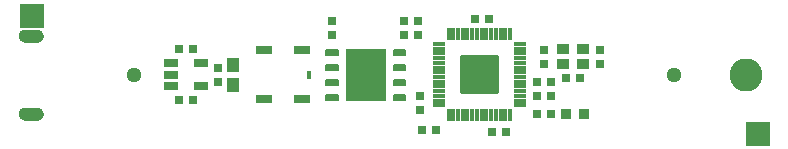
<source format=gbs>
G75*
%MOIN*%
%OFA0B0*%
%FSLAX24Y24*%
%IPPOS*%
%LPD*%
%AMOC8*
5,1,8,0,0,1.08239X$1,22.5*
%
%ADD10C,0.1103*%
%ADD11R,0.0434X0.0473*%
%ADD12C,0.0437*%
%ADD13C,0.0437*%
%ADD14R,0.0355X0.0355*%
%ADD15R,0.0540X0.0290*%
%ADD16R,0.0178X0.0316*%
%ADD17R,0.0276X0.0276*%
%ADD18C,0.0434*%
%ADD19R,0.0787X0.0787*%
%ADD20R,0.0119X0.0384*%
%ADD21R,0.0384X0.0119*%
%ADD22C,0.0130*%
%ADD23R,0.0512X0.0257*%
%ADD24R,0.0394X0.0335*%
%ADD25C,0.0053*%
%ADD26R,0.1379X0.1733*%
%ADD27C,0.0512*%
D10*
X024741Y015990D03*
D11*
X007623Y015656D03*
X007623Y016325D03*
D12*
X001108Y017289D02*
X000712Y017289D01*
X000712Y014691D02*
X001108Y014691D01*
D13*
X001107Y014691D03*
X000713Y014691D03*
X000713Y017289D03*
X001107Y017289D03*
D14*
X018728Y014670D03*
X019319Y014670D03*
D15*
X009933Y015163D03*
X008673Y015163D03*
X008673Y016817D03*
X009933Y016817D03*
D16*
X010170Y015990D03*
D17*
X013927Y014130D03*
X014400Y014130D03*
X013863Y014794D03*
X013863Y015266D03*
X016267Y014070D03*
X016740Y014070D03*
X017767Y014670D03*
X018240Y014670D03*
X018240Y015270D03*
X017767Y015270D03*
X017767Y015750D03*
X018240Y015750D03*
X018727Y015870D03*
X019200Y015870D03*
X019863Y016354D03*
X019863Y016826D03*
X018003Y016826D03*
X018003Y016354D03*
X016170Y017850D03*
X015697Y017850D03*
X013803Y017786D03*
X013323Y017786D03*
X013323Y017314D03*
X013803Y017314D03*
X010923Y017314D03*
X010923Y017786D03*
X007143Y016226D03*
X007143Y015754D03*
X006300Y015150D03*
X005827Y015150D03*
X005827Y016830D03*
X006300Y016830D03*
D18*
X000922Y017959D03*
X025134Y014022D03*
D19*
X025134Y014022D03*
X000922Y017959D03*
D20*
X014820Y017348D03*
X014977Y017348D03*
X015135Y017348D03*
X015292Y017348D03*
X015450Y017348D03*
X015607Y017348D03*
X015765Y017348D03*
X015922Y017348D03*
X016080Y017348D03*
X016237Y017348D03*
X016395Y017348D03*
X016552Y017348D03*
X016710Y017348D03*
X016867Y017348D03*
X016867Y014632D03*
X016710Y014632D03*
X016552Y014632D03*
X016395Y014632D03*
X016237Y014632D03*
X016080Y014632D03*
X015922Y014632D03*
X015765Y014632D03*
X015607Y014632D03*
X015450Y014632D03*
X015292Y014632D03*
X015135Y014632D03*
X014977Y014632D03*
X014820Y014632D03*
D21*
X014485Y014967D03*
X014485Y015124D03*
X014485Y015281D03*
X014485Y015439D03*
X014485Y015596D03*
X014485Y015754D03*
X014485Y015911D03*
X014485Y016069D03*
X014485Y016226D03*
X014485Y016384D03*
X014485Y016541D03*
X014485Y016699D03*
X014485Y016856D03*
X014485Y017014D03*
X017202Y017014D03*
X017202Y016856D03*
X017202Y016699D03*
X017202Y016541D03*
X017202Y016384D03*
X017202Y016226D03*
X017202Y016069D03*
X017202Y015911D03*
X017202Y015754D03*
X017202Y015596D03*
X017202Y015439D03*
X017202Y015281D03*
X017202Y015124D03*
X017202Y014967D03*
D22*
X015258Y015405D02*
X015258Y016575D01*
X016428Y016575D01*
X016428Y015405D01*
X015258Y015405D01*
X015258Y015534D02*
X016428Y015534D01*
X016428Y015663D02*
X015258Y015663D01*
X015258Y015792D02*
X016428Y015792D01*
X016428Y015921D02*
X015258Y015921D01*
X015258Y016050D02*
X016428Y016050D01*
X016428Y016179D02*
X015258Y016179D01*
X015258Y016308D02*
X016428Y016308D01*
X016428Y016437D02*
X015258Y016437D01*
X015258Y016566D02*
X016428Y016566D01*
D23*
X006575Y016364D03*
X005552Y016364D03*
X005552Y015990D03*
X005552Y015616D03*
X006575Y015616D03*
D24*
X018639Y016344D03*
X019288Y016344D03*
X019288Y016836D03*
X018639Y016836D03*
D25*
X013381Y016820D02*
X012985Y016820D01*
X013381Y016820D02*
X013381Y016660D01*
X012985Y016660D01*
X012985Y016820D01*
X012985Y016712D02*
X013381Y016712D01*
X013381Y016764D02*
X012985Y016764D01*
X012985Y016816D02*
X013381Y016816D01*
X013381Y016320D02*
X012985Y016320D01*
X013381Y016320D02*
X013381Y016160D01*
X012985Y016160D01*
X012985Y016320D01*
X012985Y016212D02*
X013381Y016212D01*
X013381Y016264D02*
X012985Y016264D01*
X012985Y016316D02*
X013381Y016316D01*
X013381Y015820D02*
X012985Y015820D01*
X013381Y015820D02*
X013381Y015660D01*
X012985Y015660D01*
X012985Y015820D01*
X012985Y015712D02*
X013381Y015712D01*
X013381Y015764D02*
X012985Y015764D01*
X012985Y015816D02*
X013381Y015816D01*
X013381Y015320D02*
X012985Y015320D01*
X013381Y015320D02*
X013381Y015160D01*
X012985Y015160D01*
X012985Y015320D01*
X012985Y015212D02*
X013381Y015212D01*
X013381Y015264D02*
X012985Y015264D01*
X012985Y015316D02*
X013381Y015316D01*
X011141Y015320D02*
X010745Y015320D01*
X011141Y015320D02*
X011141Y015160D01*
X010745Y015160D01*
X010745Y015320D01*
X010745Y015212D02*
X011141Y015212D01*
X011141Y015264D02*
X010745Y015264D01*
X010745Y015316D02*
X011141Y015316D01*
X011141Y015820D02*
X010745Y015820D01*
X011141Y015820D02*
X011141Y015660D01*
X010745Y015660D01*
X010745Y015820D01*
X010745Y015712D02*
X011141Y015712D01*
X011141Y015764D02*
X010745Y015764D01*
X010745Y015816D02*
X011141Y015816D01*
X011141Y016320D02*
X010745Y016320D01*
X011141Y016320D02*
X011141Y016160D01*
X010745Y016160D01*
X010745Y016320D01*
X010745Y016212D02*
X011141Y016212D01*
X011141Y016264D02*
X010745Y016264D01*
X010745Y016316D02*
X011141Y016316D01*
X011141Y016820D02*
X010745Y016820D01*
X011141Y016820D02*
X011141Y016660D01*
X010745Y016660D01*
X010745Y016820D01*
X010745Y016712D02*
X011141Y016712D01*
X011141Y016764D02*
X010745Y016764D01*
X010745Y016816D02*
X011141Y016816D01*
D26*
X012063Y015990D03*
D27*
X004323Y015990D03*
X022323Y015990D03*
M02*

</source>
